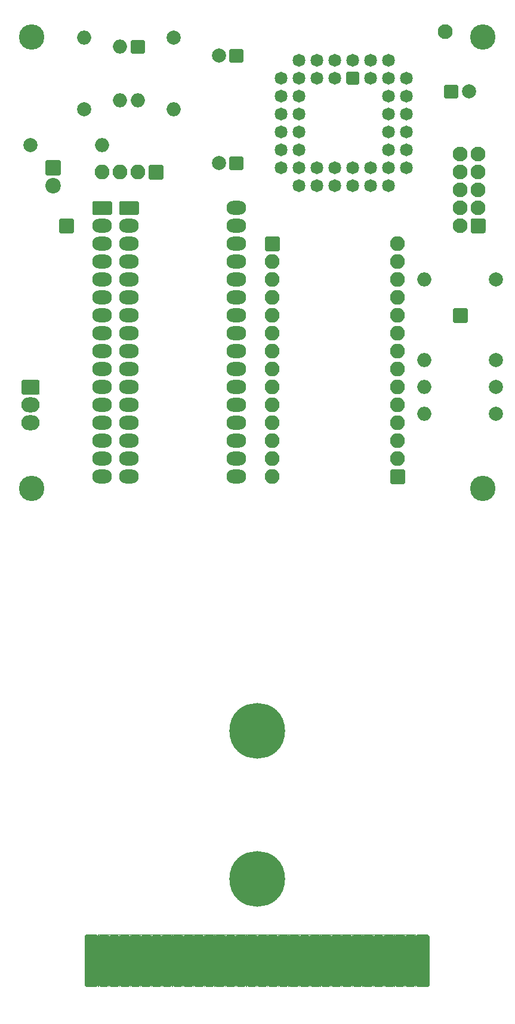
<source format=gbr>
G04 #@! TF.GenerationSoftware,KiCad,Pcbnew,(5.1.7)-1*
G04 #@! TF.CreationDate,2022-08-23T14:15:26-03:00*
G04 #@! TF.ProjectId,Squareboi2,53717561-7265-4626-9f69-322e6b696361,1*
G04 #@! TF.SameCoordinates,Original*
G04 #@! TF.FileFunction,Soldermask,Top*
G04 #@! TF.FilePolarity,Negative*
%FSLAX46Y46*%
G04 Gerber Fmt 4.6, Leading zero omitted, Abs format (unit mm)*
G04 Created by KiCad (PCBNEW (5.1.7)-1) date 2022-08-23 14:15:26*
%MOMM*%
%LPD*%
G01*
G04 APERTURE LIST*
%ADD10C,7.900000*%
%ADD11O,2.590000X2.140000*%
%ADD12C,2.200000*%
%ADD13O,2.000000X2.000000*%
%ADD14C,2.000000*%
%ADD15C,2.100000*%
%ADD16O,2.100000X2.100000*%
%ADD17O,2.800000X2.000000*%
%ADD18C,1.822400*%
%ADD19C,3.600000*%
%ADD20C,0.100000*%
G04 APERTURE END LIST*
G36*
G01*
X82770000Y-64350000D02*
X82770000Y-62650000D01*
G75*
G02*
X82970000Y-62450000I200000J0D01*
G01*
X84670000Y-62450000D01*
G75*
G02*
X84870000Y-62650000I0J-200000D01*
G01*
X84870000Y-64350000D01*
G75*
G02*
X84670000Y-64550000I-200000J0D01*
G01*
X82970000Y-64550000D01*
G75*
G02*
X82770000Y-64350000I0J200000D01*
G01*
G37*
D10*
X55000000Y-143400000D03*
X55000000Y-122400000D03*
D11*
X22860000Y-78740000D03*
X22860000Y-76200000D03*
G36*
G01*
X21872470Y-72590000D02*
X23847530Y-72590000D01*
G75*
G02*
X24155000Y-72897470I0J-307470D01*
G01*
X24155000Y-74422530D01*
G75*
G02*
X23847530Y-74730000I-307470J0D01*
G01*
X21872470Y-74730000D01*
G75*
G02*
X21565000Y-74422530I0J307470D01*
G01*
X21565000Y-72897470D01*
G75*
G02*
X21872470Y-72590000I307470J0D01*
G01*
G37*
D12*
X26035000Y-45085000D03*
G36*
G01*
X25135000Y-41445000D02*
X26935000Y-41445000D01*
G75*
G02*
X27135000Y-41645000I0J-200000D01*
G01*
X27135000Y-43445000D01*
G75*
G02*
X26935000Y-43645000I-200000J0D01*
G01*
X25135000Y-43645000D01*
G75*
G02*
X24935000Y-43445000I0J200000D01*
G01*
X24935000Y-41645000D01*
G75*
G02*
X25135000Y-41445000I200000J0D01*
G01*
G37*
D13*
X33020000Y-39370000D03*
D14*
X22860000Y-39370000D03*
D13*
X78740000Y-77470000D03*
D14*
X88900000Y-77470000D03*
D13*
X78740000Y-73660000D03*
D14*
X88900000Y-73660000D03*
D13*
X78740000Y-69850000D03*
D14*
X88900000Y-69850000D03*
D13*
X78740000Y-58420000D03*
D14*
X88900000Y-58420000D03*
D13*
X30480000Y-24130000D03*
D14*
X30480000Y-34290000D03*
D13*
X43180000Y-34290000D03*
D14*
X43180000Y-24130000D03*
D13*
X38100000Y-33020000D03*
X35560000Y-25400000D03*
X35560000Y-33020000D03*
G36*
G01*
X37300000Y-24400000D02*
X38900000Y-24400000D01*
G75*
G02*
X39100000Y-24600000I0J-200000D01*
G01*
X39100000Y-26200000D01*
G75*
G02*
X38900000Y-26400000I-200000J0D01*
G01*
X37300000Y-26400000D01*
G75*
G02*
X37100000Y-26200000I0J200000D01*
G01*
X37100000Y-24600000D01*
G75*
G02*
X37300000Y-24400000I200000J0D01*
G01*
G37*
D15*
X83820000Y-40640000D03*
X83820000Y-43180000D03*
X83820000Y-45720000D03*
X83820000Y-48260000D03*
X83820000Y-50800000D03*
X86360000Y-40640000D03*
X86360000Y-43180000D03*
X86360000Y-45720000D03*
X86360000Y-48260000D03*
G36*
G01*
X87410000Y-50058823D02*
X87410000Y-51541177D01*
G75*
G02*
X87101177Y-51850000I-308823J0D01*
G01*
X85618823Y-51850000D01*
G75*
G02*
X85310000Y-51541177I0J308823D01*
G01*
X85310000Y-50058823D01*
G75*
G02*
X85618823Y-49750000I308823J0D01*
G01*
X87101177Y-49750000D01*
G75*
G02*
X87410000Y-50058823I0J-308823D01*
G01*
G37*
D16*
X74930000Y-53340000D03*
X74930000Y-55880000D03*
X74930000Y-58420000D03*
X74930000Y-60960000D03*
X74930000Y-63500000D03*
X74930000Y-66040000D03*
X74930000Y-68580000D03*
X74930000Y-71120000D03*
X74930000Y-73660000D03*
X74930000Y-76200000D03*
X74930000Y-78740000D03*
X74930000Y-81280000D03*
X74930000Y-83820000D03*
G36*
G01*
X75980000Y-85510000D02*
X75980000Y-87210000D01*
G75*
G02*
X75780000Y-87410000I-200000J0D01*
G01*
X74080000Y-87410000D01*
G75*
G02*
X73880000Y-87210000I0J200000D01*
G01*
X73880000Y-85510000D01*
G75*
G02*
X74080000Y-85310000I200000J0D01*
G01*
X75780000Y-85310000D01*
G75*
G02*
X75980000Y-85510000I0J-200000D01*
G01*
G37*
X57150000Y-86360000D03*
X57150000Y-83820000D03*
X57150000Y-81280000D03*
X57150000Y-78740000D03*
X57150000Y-76200000D03*
X57150000Y-73660000D03*
X57150000Y-71120000D03*
X57150000Y-68580000D03*
X57150000Y-66040000D03*
X57150000Y-63500000D03*
X57150000Y-60960000D03*
X57150000Y-58420000D03*
X57150000Y-55880000D03*
G36*
G01*
X56100000Y-54190000D02*
X56100000Y-52490000D01*
G75*
G02*
X56300000Y-52290000I200000J0D01*
G01*
X58000000Y-52290000D01*
G75*
G02*
X58200000Y-52490000I0J-200000D01*
G01*
X58200000Y-54190000D01*
G75*
G02*
X58000000Y-54390000I-200000J0D01*
G01*
X56300000Y-54390000D01*
G75*
G02*
X56100000Y-54190000I0J200000D01*
G01*
G37*
X33020000Y-43180000D03*
X35560000Y-43180000D03*
X38100000Y-43180000D03*
G36*
G01*
X39790000Y-42130000D02*
X41490000Y-42130000D01*
G75*
G02*
X41690000Y-42330000I0J-200000D01*
G01*
X41690000Y-44030000D01*
G75*
G02*
X41490000Y-44230000I-200000J0D01*
G01*
X39790000Y-44230000D01*
G75*
G02*
X39590000Y-44030000I0J200000D01*
G01*
X39590000Y-42330000D01*
G75*
G02*
X39790000Y-42130000I200000J0D01*
G01*
G37*
D17*
X33020000Y-86360000D03*
X33020000Y-83820000D03*
X33020000Y-81280000D03*
X33020000Y-78740000D03*
X33020000Y-76200000D03*
X33020000Y-73660000D03*
X33020000Y-71120000D03*
X33020000Y-68580000D03*
X33020000Y-66040000D03*
X33020000Y-63500000D03*
X33020000Y-60960000D03*
X33020000Y-58420000D03*
X33020000Y-55880000D03*
X33020000Y-53340000D03*
X33020000Y-50800000D03*
G36*
G01*
X31620000Y-49060000D02*
X31620000Y-47460000D01*
G75*
G02*
X31820000Y-47260000I200000J0D01*
G01*
X34220000Y-47260000D01*
G75*
G02*
X34420000Y-47460000I0J-200000D01*
G01*
X34420000Y-49060000D01*
G75*
G02*
X34220000Y-49260000I-200000J0D01*
G01*
X31820000Y-49260000D01*
G75*
G02*
X31620000Y-49060000I0J200000D01*
G01*
G37*
G36*
G01*
X26890000Y-51650000D02*
X26890000Y-49950000D01*
G75*
G02*
X27090000Y-49750000I200000J0D01*
G01*
X28790000Y-49750000D01*
G75*
G02*
X28990000Y-49950000I0J-200000D01*
G01*
X28990000Y-51650000D01*
G75*
G02*
X28790000Y-51850000I-200000J0D01*
G01*
X27090000Y-51850000D01*
G75*
G02*
X26890000Y-51650000I0J200000D01*
G01*
G37*
D14*
X85050000Y-31750000D03*
G36*
G01*
X81550000Y-32550000D02*
X81550000Y-30950000D01*
G75*
G02*
X81750000Y-30750000I200000J0D01*
G01*
X83350000Y-30750000D01*
G75*
G02*
X83550000Y-30950000I0J-200000D01*
G01*
X83550000Y-32550000D01*
G75*
G02*
X83350000Y-32750000I-200000J0D01*
G01*
X81750000Y-32750000D01*
G75*
G02*
X81550000Y-32550000I0J200000D01*
G01*
G37*
D15*
X81661000Y-23241000D03*
D17*
X52070000Y-48260000D03*
X36830000Y-86360000D03*
X52070000Y-50800000D03*
X36830000Y-83820000D03*
X52070000Y-53340000D03*
X36830000Y-81280000D03*
X52070000Y-55880000D03*
X36830000Y-78740000D03*
X52070000Y-58420000D03*
X36830000Y-76200000D03*
X52070000Y-60960000D03*
X36830000Y-73660000D03*
X52070000Y-63500000D03*
X36830000Y-71120000D03*
X52070000Y-66040000D03*
X36830000Y-68580000D03*
X52070000Y-68580000D03*
X36830000Y-66040000D03*
X52070000Y-71120000D03*
X36830000Y-63500000D03*
X52070000Y-73660000D03*
X36830000Y-60960000D03*
X52070000Y-76200000D03*
X36830000Y-58420000D03*
X52070000Y-78740000D03*
X36830000Y-55880000D03*
X52070000Y-81280000D03*
X36830000Y-53340000D03*
X52070000Y-83820000D03*
X36830000Y-50800000D03*
X52070000Y-86360000D03*
G36*
G01*
X35430000Y-49060000D02*
X35430000Y-47460000D01*
G75*
G02*
X35630000Y-47260000I200000J0D01*
G01*
X38030000Y-47260000D01*
G75*
G02*
X38230000Y-47460000I0J-200000D01*
G01*
X38230000Y-49060000D01*
G75*
G02*
X38030000Y-49260000I-200000J0D01*
G01*
X35630000Y-49260000D01*
G75*
G02*
X35430000Y-49060000I0J200000D01*
G01*
G37*
D18*
X76200000Y-29845000D03*
X76200000Y-32385000D03*
X76200000Y-34925000D03*
X76200000Y-37465000D03*
X76200000Y-40005000D03*
X73660000Y-27305000D03*
X73660000Y-32385000D03*
X73660000Y-34925000D03*
X73660000Y-37465000D03*
X73660000Y-40005000D03*
X73660000Y-42545000D03*
X73660000Y-45085000D03*
X71120000Y-45085000D03*
X68580000Y-45085000D03*
X66040000Y-45085000D03*
X63500000Y-45085000D03*
X60960000Y-45085000D03*
X76200000Y-42545000D03*
X71120000Y-42545000D03*
X68580000Y-42545000D03*
X66040000Y-42545000D03*
X63500000Y-42545000D03*
X60960000Y-42545000D03*
X58420000Y-42545000D03*
X58420000Y-40005000D03*
X58420000Y-37465000D03*
X58420000Y-34925000D03*
X58420000Y-32385000D03*
X58420000Y-29845000D03*
X60960000Y-40005000D03*
X60960000Y-37465000D03*
X60960000Y-34925000D03*
X60960000Y-32385000D03*
X60960000Y-29845000D03*
X71120000Y-27305000D03*
X68580000Y-27305000D03*
X60960000Y-27305000D03*
X63500000Y-27305000D03*
X66040000Y-27305000D03*
X73660000Y-29845000D03*
X71120000Y-29845000D03*
X63500000Y-29845000D03*
X66040000Y-29845000D03*
G36*
G01*
X67668800Y-30556200D02*
X67668800Y-29133800D01*
G75*
G02*
X67868800Y-28933800I200000J0D01*
G01*
X69291200Y-28933800D01*
G75*
G02*
X69491200Y-29133800I0J-200000D01*
G01*
X69491200Y-30556200D01*
G75*
G02*
X69291200Y-30756200I-200000J0D01*
G01*
X67868800Y-30756200D01*
G75*
G02*
X67668800Y-30556200I0J200000D01*
G01*
G37*
D19*
X87000000Y-24000000D03*
X23000000Y-24000000D03*
X23000000Y-88000000D03*
X87000000Y-88000000D03*
G36*
G01*
X77550000Y-158500000D02*
X77550000Y-151500000D01*
G75*
G02*
X77750000Y-151300000I200000J0D01*
G01*
X79250000Y-151300000D01*
G75*
G02*
X79450000Y-151500000I0J-200000D01*
G01*
X79450000Y-158500000D01*
G75*
G02*
X79250000Y-158700000I-200000J0D01*
G01*
X77750000Y-158700000D01*
G75*
G02*
X77550000Y-158500000I0J200000D01*
G01*
G37*
G36*
G01*
X76050000Y-158500000D02*
X76050000Y-151500000D01*
G75*
G02*
X76250000Y-151300000I200000J0D01*
G01*
X77250000Y-151300000D01*
G75*
G02*
X77450000Y-151500000I0J-200000D01*
G01*
X77450000Y-158500000D01*
G75*
G02*
X77250000Y-158700000I-200000J0D01*
G01*
X76250000Y-158700000D01*
G75*
G02*
X76050000Y-158500000I0J200000D01*
G01*
G37*
G36*
G01*
X74550000Y-158500000D02*
X74550000Y-151500000D01*
G75*
G02*
X74750000Y-151300000I200000J0D01*
G01*
X75750000Y-151300000D01*
G75*
G02*
X75950000Y-151500000I0J-200000D01*
G01*
X75950000Y-158500000D01*
G75*
G02*
X75750000Y-158700000I-200000J0D01*
G01*
X74750000Y-158700000D01*
G75*
G02*
X74550000Y-158500000I0J200000D01*
G01*
G37*
G36*
G01*
X73050000Y-158500000D02*
X73050000Y-151500000D01*
G75*
G02*
X73250000Y-151300000I200000J0D01*
G01*
X74250000Y-151300000D01*
G75*
G02*
X74450000Y-151500000I0J-200000D01*
G01*
X74450000Y-158500000D01*
G75*
G02*
X74250000Y-158700000I-200000J0D01*
G01*
X73250000Y-158700000D01*
G75*
G02*
X73050000Y-158500000I0J200000D01*
G01*
G37*
G36*
G01*
X71550000Y-158500000D02*
X71550000Y-151500000D01*
G75*
G02*
X71750000Y-151300000I200000J0D01*
G01*
X72750000Y-151300000D01*
G75*
G02*
X72950000Y-151500000I0J-200000D01*
G01*
X72950000Y-158500000D01*
G75*
G02*
X72750000Y-158700000I-200000J0D01*
G01*
X71750000Y-158700000D01*
G75*
G02*
X71550000Y-158500000I0J200000D01*
G01*
G37*
G36*
G01*
X70050000Y-158500000D02*
X70050000Y-151500000D01*
G75*
G02*
X70250000Y-151300000I200000J0D01*
G01*
X71250000Y-151300000D01*
G75*
G02*
X71450000Y-151500000I0J-200000D01*
G01*
X71450000Y-158500000D01*
G75*
G02*
X71250000Y-158700000I-200000J0D01*
G01*
X70250000Y-158700000D01*
G75*
G02*
X70050000Y-158500000I0J200000D01*
G01*
G37*
G36*
G01*
X68550000Y-158500000D02*
X68550000Y-151500000D01*
G75*
G02*
X68750000Y-151300000I200000J0D01*
G01*
X69750000Y-151300000D01*
G75*
G02*
X69950000Y-151500000I0J-200000D01*
G01*
X69950000Y-158500000D01*
G75*
G02*
X69750000Y-158700000I-200000J0D01*
G01*
X68750000Y-158700000D01*
G75*
G02*
X68550000Y-158500000I0J200000D01*
G01*
G37*
G36*
G01*
X67050000Y-158500000D02*
X67050000Y-151500000D01*
G75*
G02*
X67250000Y-151300000I200000J0D01*
G01*
X68250000Y-151300000D01*
G75*
G02*
X68450000Y-151500000I0J-200000D01*
G01*
X68450000Y-158500000D01*
G75*
G02*
X68250000Y-158700000I-200000J0D01*
G01*
X67250000Y-158700000D01*
G75*
G02*
X67050000Y-158500000I0J200000D01*
G01*
G37*
G36*
G01*
X65550000Y-158500000D02*
X65550000Y-151500000D01*
G75*
G02*
X65750000Y-151300000I200000J0D01*
G01*
X66750000Y-151300000D01*
G75*
G02*
X66950000Y-151500000I0J-200000D01*
G01*
X66950000Y-158500000D01*
G75*
G02*
X66750000Y-158700000I-200000J0D01*
G01*
X65750000Y-158700000D01*
G75*
G02*
X65550000Y-158500000I0J200000D01*
G01*
G37*
G36*
G01*
X64050000Y-158500000D02*
X64050000Y-151500000D01*
G75*
G02*
X64250000Y-151300000I200000J0D01*
G01*
X65250000Y-151300000D01*
G75*
G02*
X65450000Y-151500000I0J-200000D01*
G01*
X65450000Y-158500000D01*
G75*
G02*
X65250000Y-158700000I-200000J0D01*
G01*
X64250000Y-158700000D01*
G75*
G02*
X64050000Y-158500000I0J200000D01*
G01*
G37*
G36*
G01*
X62550000Y-158500000D02*
X62550000Y-151500000D01*
G75*
G02*
X62750000Y-151300000I200000J0D01*
G01*
X63750000Y-151300000D01*
G75*
G02*
X63950000Y-151500000I0J-200000D01*
G01*
X63950000Y-158500000D01*
G75*
G02*
X63750000Y-158700000I-200000J0D01*
G01*
X62750000Y-158700000D01*
G75*
G02*
X62550000Y-158500000I0J200000D01*
G01*
G37*
G36*
G01*
X61050000Y-158500000D02*
X61050000Y-151500000D01*
G75*
G02*
X61250000Y-151300000I200000J0D01*
G01*
X62250000Y-151300000D01*
G75*
G02*
X62450000Y-151500000I0J-200000D01*
G01*
X62450000Y-158500000D01*
G75*
G02*
X62250000Y-158700000I-200000J0D01*
G01*
X61250000Y-158700000D01*
G75*
G02*
X61050000Y-158500000I0J200000D01*
G01*
G37*
G36*
G01*
X59550000Y-158500000D02*
X59550000Y-151500000D01*
G75*
G02*
X59750000Y-151300000I200000J0D01*
G01*
X60750000Y-151300000D01*
G75*
G02*
X60950000Y-151500000I0J-200000D01*
G01*
X60950000Y-158500000D01*
G75*
G02*
X60750000Y-158700000I-200000J0D01*
G01*
X59750000Y-158700000D01*
G75*
G02*
X59550000Y-158500000I0J200000D01*
G01*
G37*
G36*
G01*
X58050000Y-158500000D02*
X58050000Y-151500000D01*
G75*
G02*
X58250000Y-151300000I200000J0D01*
G01*
X59250000Y-151300000D01*
G75*
G02*
X59450000Y-151500000I0J-200000D01*
G01*
X59450000Y-158500000D01*
G75*
G02*
X59250000Y-158700000I-200000J0D01*
G01*
X58250000Y-158700000D01*
G75*
G02*
X58050000Y-158500000I0J200000D01*
G01*
G37*
G36*
G01*
X56550000Y-158500000D02*
X56550000Y-151500000D01*
G75*
G02*
X56750000Y-151300000I200000J0D01*
G01*
X57750000Y-151300000D01*
G75*
G02*
X57950000Y-151500000I0J-200000D01*
G01*
X57950000Y-158500000D01*
G75*
G02*
X57750000Y-158700000I-200000J0D01*
G01*
X56750000Y-158700000D01*
G75*
G02*
X56550000Y-158500000I0J200000D01*
G01*
G37*
G36*
G01*
X55050000Y-158500000D02*
X55050000Y-151500000D01*
G75*
G02*
X55250000Y-151300000I200000J0D01*
G01*
X56250000Y-151300000D01*
G75*
G02*
X56450000Y-151500000I0J-200000D01*
G01*
X56450000Y-158500000D01*
G75*
G02*
X56250000Y-158700000I-200000J0D01*
G01*
X55250000Y-158700000D01*
G75*
G02*
X55050000Y-158500000I0J200000D01*
G01*
G37*
G36*
G01*
X53550000Y-158500000D02*
X53550000Y-151500000D01*
G75*
G02*
X53750000Y-151300000I200000J0D01*
G01*
X54750000Y-151300000D01*
G75*
G02*
X54950000Y-151500000I0J-200000D01*
G01*
X54950000Y-158500000D01*
G75*
G02*
X54750000Y-158700000I-200000J0D01*
G01*
X53750000Y-158700000D01*
G75*
G02*
X53550000Y-158500000I0J200000D01*
G01*
G37*
G36*
G01*
X52050000Y-158500000D02*
X52050000Y-151500000D01*
G75*
G02*
X52250000Y-151300000I200000J0D01*
G01*
X53250000Y-151300000D01*
G75*
G02*
X53450000Y-151500000I0J-200000D01*
G01*
X53450000Y-158500000D01*
G75*
G02*
X53250000Y-158700000I-200000J0D01*
G01*
X52250000Y-158700000D01*
G75*
G02*
X52050000Y-158500000I0J200000D01*
G01*
G37*
G36*
G01*
X50550000Y-158500000D02*
X50550000Y-151500000D01*
G75*
G02*
X50750000Y-151300000I200000J0D01*
G01*
X51750000Y-151300000D01*
G75*
G02*
X51950000Y-151500000I0J-200000D01*
G01*
X51950000Y-158500000D01*
G75*
G02*
X51750000Y-158700000I-200000J0D01*
G01*
X50750000Y-158700000D01*
G75*
G02*
X50550000Y-158500000I0J200000D01*
G01*
G37*
G36*
G01*
X49050000Y-158500000D02*
X49050000Y-151500000D01*
G75*
G02*
X49250000Y-151300000I200000J0D01*
G01*
X50250000Y-151300000D01*
G75*
G02*
X50450000Y-151500000I0J-200000D01*
G01*
X50450000Y-158500000D01*
G75*
G02*
X50250000Y-158700000I-200000J0D01*
G01*
X49250000Y-158700000D01*
G75*
G02*
X49050000Y-158500000I0J200000D01*
G01*
G37*
G36*
G01*
X47550000Y-158500000D02*
X47550000Y-151500000D01*
G75*
G02*
X47750000Y-151300000I200000J0D01*
G01*
X48750000Y-151300000D01*
G75*
G02*
X48950000Y-151500000I0J-200000D01*
G01*
X48950000Y-158500000D01*
G75*
G02*
X48750000Y-158700000I-200000J0D01*
G01*
X47750000Y-158700000D01*
G75*
G02*
X47550000Y-158500000I0J200000D01*
G01*
G37*
G36*
G01*
X46050000Y-158500000D02*
X46050000Y-151500000D01*
G75*
G02*
X46250000Y-151300000I200000J0D01*
G01*
X47250000Y-151300000D01*
G75*
G02*
X47450000Y-151500000I0J-200000D01*
G01*
X47450000Y-158500000D01*
G75*
G02*
X47250000Y-158700000I-200000J0D01*
G01*
X46250000Y-158700000D01*
G75*
G02*
X46050000Y-158500000I0J200000D01*
G01*
G37*
G36*
G01*
X44550000Y-158500000D02*
X44550000Y-151500000D01*
G75*
G02*
X44750000Y-151300000I200000J0D01*
G01*
X45750000Y-151300000D01*
G75*
G02*
X45950000Y-151500000I0J-200000D01*
G01*
X45950000Y-158500000D01*
G75*
G02*
X45750000Y-158700000I-200000J0D01*
G01*
X44750000Y-158700000D01*
G75*
G02*
X44550000Y-158500000I0J200000D01*
G01*
G37*
G36*
G01*
X43050000Y-158500000D02*
X43050000Y-151500000D01*
G75*
G02*
X43250000Y-151300000I200000J0D01*
G01*
X44250000Y-151300000D01*
G75*
G02*
X44450000Y-151500000I0J-200000D01*
G01*
X44450000Y-158500000D01*
G75*
G02*
X44250000Y-158700000I-200000J0D01*
G01*
X43250000Y-158700000D01*
G75*
G02*
X43050000Y-158500000I0J200000D01*
G01*
G37*
G36*
G01*
X41550000Y-158500000D02*
X41550000Y-151500000D01*
G75*
G02*
X41750000Y-151300000I200000J0D01*
G01*
X42750000Y-151300000D01*
G75*
G02*
X42950000Y-151500000I0J-200000D01*
G01*
X42950000Y-158500000D01*
G75*
G02*
X42750000Y-158700000I-200000J0D01*
G01*
X41750000Y-158700000D01*
G75*
G02*
X41550000Y-158500000I0J200000D01*
G01*
G37*
G36*
G01*
X40050000Y-158500000D02*
X40050000Y-151500000D01*
G75*
G02*
X40250000Y-151300000I200000J0D01*
G01*
X41250000Y-151300000D01*
G75*
G02*
X41450000Y-151500000I0J-200000D01*
G01*
X41450000Y-158500000D01*
G75*
G02*
X41250000Y-158700000I-200000J0D01*
G01*
X40250000Y-158700000D01*
G75*
G02*
X40050000Y-158500000I0J200000D01*
G01*
G37*
G36*
G01*
X38550000Y-158500000D02*
X38550000Y-151500000D01*
G75*
G02*
X38750000Y-151300000I200000J0D01*
G01*
X39750000Y-151300000D01*
G75*
G02*
X39950000Y-151500000I0J-200000D01*
G01*
X39950000Y-158500000D01*
G75*
G02*
X39750000Y-158700000I-200000J0D01*
G01*
X38750000Y-158700000D01*
G75*
G02*
X38550000Y-158500000I0J200000D01*
G01*
G37*
G36*
G01*
X37050000Y-158500000D02*
X37050000Y-151500000D01*
G75*
G02*
X37250000Y-151300000I200000J0D01*
G01*
X38250000Y-151300000D01*
G75*
G02*
X38450000Y-151500000I0J-200000D01*
G01*
X38450000Y-158500000D01*
G75*
G02*
X38250000Y-158700000I-200000J0D01*
G01*
X37250000Y-158700000D01*
G75*
G02*
X37050000Y-158500000I0J200000D01*
G01*
G37*
G36*
G01*
X35550000Y-158500000D02*
X35550000Y-151500000D01*
G75*
G02*
X35750000Y-151300000I200000J0D01*
G01*
X36750000Y-151300000D01*
G75*
G02*
X36950000Y-151500000I0J-200000D01*
G01*
X36950000Y-158500000D01*
G75*
G02*
X36750000Y-158700000I-200000J0D01*
G01*
X35750000Y-158700000D01*
G75*
G02*
X35550000Y-158500000I0J200000D01*
G01*
G37*
G36*
G01*
X34050000Y-158500000D02*
X34050000Y-151500000D01*
G75*
G02*
X34250000Y-151300000I200000J0D01*
G01*
X35250000Y-151300000D01*
G75*
G02*
X35450000Y-151500000I0J-200000D01*
G01*
X35450000Y-158500000D01*
G75*
G02*
X35250000Y-158700000I-200000J0D01*
G01*
X34250000Y-158700000D01*
G75*
G02*
X34050000Y-158500000I0J200000D01*
G01*
G37*
G36*
G01*
X32550000Y-158500000D02*
X32550000Y-151500000D01*
G75*
G02*
X32750000Y-151300000I200000J0D01*
G01*
X33750000Y-151300000D01*
G75*
G02*
X33950000Y-151500000I0J-200000D01*
G01*
X33950000Y-158500000D01*
G75*
G02*
X33750000Y-158700000I-200000J0D01*
G01*
X32750000Y-158700000D01*
G75*
G02*
X32550000Y-158500000I0J200000D01*
G01*
G37*
G36*
G01*
X30550000Y-158500000D02*
X30550000Y-151500000D01*
G75*
G02*
X30750000Y-151300000I200000J0D01*
G01*
X32250000Y-151300000D01*
G75*
G02*
X32450000Y-151500000I0J-200000D01*
G01*
X32450000Y-158500000D01*
G75*
G02*
X32250000Y-158700000I-200000J0D01*
G01*
X30750000Y-158700000D01*
G75*
G02*
X30550000Y-158500000I0J200000D01*
G01*
G37*
D14*
X49570000Y-41910000D03*
G36*
G01*
X53070000Y-41110000D02*
X53070000Y-42710000D01*
G75*
G02*
X52870000Y-42910000I-200000J0D01*
G01*
X51270000Y-42910000D01*
G75*
G02*
X51070000Y-42710000I0J200000D01*
G01*
X51070000Y-41110000D01*
G75*
G02*
X51270000Y-40910000I200000J0D01*
G01*
X52870000Y-40910000D01*
G75*
G02*
X53070000Y-41110000I0J-200000D01*
G01*
G37*
X49570000Y-26670000D03*
G36*
G01*
X53070000Y-25870000D02*
X53070000Y-27470000D01*
G75*
G02*
X52870000Y-27670000I-200000J0D01*
G01*
X51270000Y-27670000D01*
G75*
G02*
X51070000Y-27470000I0J200000D01*
G01*
X51070000Y-25870000D01*
G75*
G02*
X51270000Y-25670000I200000J0D01*
G01*
X52870000Y-25670000D01*
G75*
G02*
X53070000Y-25870000I0J-200000D01*
G01*
G37*
D20*
G36*
X77551732Y-151299000D02*
G01*
X77552000Y-151300000D01*
X77552000Y-158700000D01*
X77551000Y-158701732D01*
X77550000Y-158702000D01*
X77450000Y-158702000D01*
X77448268Y-158701000D01*
X77448000Y-158700000D01*
X77448000Y-151302000D01*
X76052000Y-151302000D01*
X76052000Y-158700000D01*
X76051000Y-158701732D01*
X76050000Y-158702000D01*
X75950000Y-158702000D01*
X75948268Y-158701000D01*
X75948000Y-158700000D01*
X75948000Y-151302000D01*
X74552000Y-151302000D01*
X74552000Y-158700000D01*
X74551000Y-158701732D01*
X74550000Y-158702000D01*
X74450000Y-158702000D01*
X74448268Y-158701000D01*
X74448000Y-158700000D01*
X74448000Y-151302000D01*
X73052000Y-151302000D01*
X73052000Y-158700000D01*
X73051000Y-158701732D01*
X73050000Y-158702000D01*
X72950000Y-158702000D01*
X72948268Y-158701000D01*
X72948000Y-158700000D01*
X72948000Y-151302000D01*
X71552000Y-151302000D01*
X71552000Y-158700000D01*
X71551000Y-158701732D01*
X71550000Y-158702000D01*
X71450000Y-158702000D01*
X71448268Y-158701000D01*
X71448000Y-158700000D01*
X71448000Y-151302000D01*
X70052000Y-151302000D01*
X70052000Y-158700000D01*
X70051000Y-158701732D01*
X70050000Y-158702000D01*
X69950000Y-158702000D01*
X69948268Y-158701000D01*
X69948000Y-158700000D01*
X69948000Y-151302000D01*
X68552000Y-151302000D01*
X68552000Y-158700000D01*
X68551000Y-158701732D01*
X68550000Y-158702000D01*
X68450000Y-158702000D01*
X68448268Y-158701000D01*
X68448000Y-158700000D01*
X68448000Y-151302000D01*
X67052000Y-151302000D01*
X67052000Y-158700000D01*
X67051000Y-158701732D01*
X67050000Y-158702000D01*
X66950000Y-158702000D01*
X66948268Y-158701000D01*
X66948000Y-158700000D01*
X66948000Y-151302000D01*
X65552000Y-151302000D01*
X65552000Y-158700000D01*
X65551000Y-158701732D01*
X65550000Y-158702000D01*
X65450000Y-158702000D01*
X65448268Y-158701000D01*
X65448000Y-158700000D01*
X65448000Y-151302000D01*
X64052000Y-151302000D01*
X64052000Y-158700000D01*
X64051000Y-158701732D01*
X64050000Y-158702000D01*
X63950000Y-158702000D01*
X63948268Y-158701000D01*
X63948000Y-158700000D01*
X63948000Y-151302000D01*
X62552000Y-151302000D01*
X62552000Y-158700000D01*
X62551000Y-158701732D01*
X62550000Y-158702000D01*
X62450000Y-158702000D01*
X62448268Y-158701000D01*
X62448000Y-158700000D01*
X62448000Y-151302000D01*
X61052000Y-151302000D01*
X61052000Y-158700000D01*
X61051000Y-158701732D01*
X61050000Y-158702000D01*
X60950000Y-158702000D01*
X60948268Y-158701000D01*
X60948000Y-158700000D01*
X60948000Y-151302000D01*
X59552000Y-151302000D01*
X59552000Y-158700000D01*
X59551000Y-158701732D01*
X59550000Y-158702000D01*
X59450000Y-158702000D01*
X59448268Y-158701000D01*
X59448000Y-158700000D01*
X59448000Y-151302000D01*
X58052000Y-151302000D01*
X58052000Y-158700000D01*
X58051000Y-158701732D01*
X58050000Y-158702000D01*
X57950000Y-158702000D01*
X57948268Y-158701000D01*
X57948000Y-158700000D01*
X57948000Y-151302000D01*
X56552000Y-151302000D01*
X56552000Y-158700000D01*
X56551000Y-158701732D01*
X56550000Y-158702000D01*
X56450000Y-158702000D01*
X56448268Y-158701000D01*
X56448000Y-158700000D01*
X56448000Y-151302000D01*
X55052000Y-151302000D01*
X55052000Y-158700000D01*
X55051000Y-158701732D01*
X55050000Y-158702000D01*
X54950000Y-158702000D01*
X54948268Y-158701000D01*
X54948000Y-158700000D01*
X54948000Y-151302000D01*
X53552000Y-151302000D01*
X53552000Y-158700000D01*
X53551000Y-158701732D01*
X53550000Y-158702000D01*
X53450000Y-158702000D01*
X53448268Y-158701000D01*
X53448000Y-158700000D01*
X53448000Y-151302000D01*
X52052000Y-151302000D01*
X52052000Y-158700000D01*
X52051000Y-158701732D01*
X52050000Y-158702000D01*
X51950000Y-158702000D01*
X51948268Y-158701000D01*
X51948000Y-158700000D01*
X51948000Y-151302000D01*
X50552000Y-151302000D01*
X50552000Y-158700000D01*
X50551000Y-158701732D01*
X50550000Y-158702000D01*
X50450000Y-158702000D01*
X50448268Y-158701000D01*
X50448000Y-158700000D01*
X50448000Y-151302000D01*
X49052000Y-151302000D01*
X49052000Y-158700000D01*
X49051000Y-158701732D01*
X49050000Y-158702000D01*
X48950000Y-158702000D01*
X48948268Y-158701000D01*
X48948000Y-158700000D01*
X48948000Y-151302000D01*
X47552000Y-151302000D01*
X47552000Y-158700000D01*
X47551000Y-158701732D01*
X47550000Y-158702000D01*
X47450000Y-158702000D01*
X47448268Y-158701000D01*
X47448000Y-158700000D01*
X47448000Y-151302000D01*
X46052000Y-151302000D01*
X46052000Y-158700000D01*
X46051000Y-158701732D01*
X46050000Y-158702000D01*
X45950000Y-158702000D01*
X45948268Y-158701000D01*
X45948000Y-158700000D01*
X45948000Y-151302000D01*
X44552000Y-151302000D01*
X44552000Y-158700000D01*
X44551000Y-158701732D01*
X44550000Y-158702000D01*
X44450000Y-158702000D01*
X44448268Y-158701000D01*
X44448000Y-158700000D01*
X44448000Y-151302000D01*
X43052000Y-151302000D01*
X43052000Y-158700000D01*
X43051000Y-158701732D01*
X43050000Y-158702000D01*
X42950000Y-158702000D01*
X42948268Y-158701000D01*
X42948000Y-158700000D01*
X42948000Y-151302000D01*
X41552000Y-151302000D01*
X41552000Y-158700000D01*
X41551000Y-158701732D01*
X41550000Y-158702000D01*
X41450000Y-158702000D01*
X41448268Y-158701000D01*
X41448000Y-158700000D01*
X41448000Y-151302000D01*
X40052000Y-151302000D01*
X40052000Y-158700000D01*
X40051000Y-158701732D01*
X40050000Y-158702000D01*
X39950000Y-158702000D01*
X39948268Y-158701000D01*
X39948000Y-158700000D01*
X39948000Y-151302000D01*
X38552000Y-151302000D01*
X38552000Y-158700000D01*
X38551000Y-158701732D01*
X38550000Y-158702000D01*
X38450000Y-158702000D01*
X38448268Y-158701000D01*
X38448000Y-158700000D01*
X38448000Y-151302000D01*
X37052000Y-151302000D01*
X37052000Y-158700000D01*
X37051000Y-158701732D01*
X37050000Y-158702000D01*
X36950000Y-158702000D01*
X36948268Y-158701000D01*
X36948000Y-158700000D01*
X36948000Y-151302000D01*
X35552000Y-151302000D01*
X35552000Y-158700000D01*
X35551000Y-158701732D01*
X35550000Y-158702000D01*
X35450000Y-158702000D01*
X35448268Y-158701000D01*
X35448000Y-158700000D01*
X35448000Y-151302000D01*
X34052000Y-151302000D01*
X34052000Y-158700000D01*
X34051000Y-158701732D01*
X34050000Y-158702000D01*
X33950000Y-158702000D01*
X33948268Y-158701000D01*
X33948000Y-158700000D01*
X33948000Y-151302000D01*
X32552000Y-151302000D01*
X32552000Y-158700000D01*
X32551000Y-158701732D01*
X32550000Y-158702000D01*
X32450000Y-158702000D01*
X32448268Y-158701000D01*
X32448000Y-158700000D01*
X32448000Y-151300000D01*
X32449000Y-151298268D01*
X32450000Y-151298000D01*
X77550000Y-151298000D01*
X77551732Y-151299000D01*
G37*
G36*
X24156165Y-74420904D02*
G01*
X24157000Y-74422530D01*
X24157000Y-74505470D01*
X24156990Y-74505666D01*
X24152201Y-74554295D01*
X24152125Y-74554680D01*
X24139732Y-74595532D01*
X24139582Y-74595894D01*
X24119455Y-74633550D01*
X24119237Y-74633876D01*
X24092154Y-74666877D01*
X24091877Y-74667154D01*
X24058876Y-74694237D01*
X24058550Y-74694455D01*
X24020894Y-74714582D01*
X24020532Y-74714732D01*
X23979680Y-74727125D01*
X23979295Y-74727201D01*
X23930666Y-74731990D01*
X23930470Y-74732000D01*
X23847530Y-74732000D01*
X23845798Y-74731000D01*
X23845798Y-74729000D01*
X23847334Y-74728010D01*
X23907119Y-74722122D01*
X23964425Y-74704738D01*
X24017235Y-74676511D01*
X24063523Y-74638523D01*
X24101511Y-74592235D01*
X24129738Y-74539425D01*
X24147122Y-74482119D01*
X24153010Y-74422334D01*
X24154175Y-74420708D01*
X24156165Y-74420904D01*
G37*
G36*
X21566990Y-74422334D02*
G01*
X21572878Y-74482119D01*
X21590262Y-74539425D01*
X21618489Y-74592235D01*
X21656477Y-74638523D01*
X21702765Y-74676511D01*
X21755575Y-74704738D01*
X21812881Y-74722122D01*
X21872666Y-74728010D01*
X21874292Y-74729175D01*
X21874096Y-74731165D01*
X21872470Y-74732000D01*
X21789530Y-74732000D01*
X21789334Y-74731990D01*
X21740705Y-74727201D01*
X21740320Y-74727125D01*
X21699468Y-74714732D01*
X21699106Y-74714582D01*
X21661450Y-74694455D01*
X21661124Y-74694237D01*
X21628123Y-74667154D01*
X21627846Y-74666877D01*
X21600763Y-74633876D01*
X21600545Y-74633550D01*
X21580418Y-74595894D01*
X21580268Y-74595532D01*
X21567875Y-74554680D01*
X21567799Y-74554295D01*
X21563010Y-74505666D01*
X21563000Y-74505470D01*
X21563000Y-74422530D01*
X21564000Y-74420798D01*
X21566000Y-74420798D01*
X21566990Y-74422334D01*
G37*
G36*
X21874202Y-72589000D02*
G01*
X21874202Y-72591000D01*
X21872666Y-72591990D01*
X21812881Y-72597878D01*
X21755575Y-72615262D01*
X21702765Y-72643489D01*
X21656477Y-72681477D01*
X21618489Y-72727765D01*
X21590262Y-72780575D01*
X21572878Y-72837881D01*
X21566990Y-72897666D01*
X21565825Y-72899292D01*
X21563835Y-72899096D01*
X21563000Y-72897470D01*
X21563000Y-72814530D01*
X21563010Y-72814334D01*
X21567799Y-72765705D01*
X21567875Y-72765320D01*
X21580268Y-72724468D01*
X21580418Y-72724106D01*
X21600545Y-72686450D01*
X21600763Y-72686124D01*
X21627846Y-72653123D01*
X21628123Y-72652846D01*
X21661124Y-72625763D01*
X21661450Y-72625545D01*
X21699106Y-72605418D01*
X21699468Y-72605268D01*
X21740320Y-72592875D01*
X21740705Y-72592799D01*
X21789334Y-72588010D01*
X21789530Y-72588000D01*
X21872470Y-72588000D01*
X21874202Y-72589000D01*
G37*
G36*
X23930666Y-72588010D02*
G01*
X23979295Y-72592799D01*
X23979680Y-72592875D01*
X24020532Y-72605268D01*
X24020894Y-72605418D01*
X24058550Y-72625545D01*
X24058876Y-72625763D01*
X24091877Y-72652846D01*
X24092154Y-72653123D01*
X24119237Y-72686124D01*
X24119455Y-72686450D01*
X24139582Y-72724106D01*
X24139732Y-72724468D01*
X24152125Y-72765320D01*
X24152201Y-72765705D01*
X24156990Y-72814334D01*
X24157000Y-72814530D01*
X24157000Y-72897470D01*
X24156000Y-72899202D01*
X24154000Y-72899202D01*
X24153010Y-72897666D01*
X24147122Y-72837881D01*
X24129738Y-72780575D01*
X24101511Y-72727765D01*
X24063523Y-72681477D01*
X24017235Y-72643489D01*
X23964425Y-72615262D01*
X23907119Y-72597878D01*
X23847334Y-72591990D01*
X23845708Y-72590825D01*
X23845904Y-72588835D01*
X23847530Y-72588000D01*
X23930470Y-72588000D01*
X23930666Y-72588010D01*
G37*
G36*
X87411165Y-51539551D02*
G01*
X87412000Y-51541177D01*
X87412000Y-51623274D01*
X87411990Y-51623470D01*
X87407159Y-51672526D01*
X87407083Y-51672911D01*
X87394565Y-51714176D01*
X87394415Y-51714538D01*
X87374086Y-51752570D01*
X87373868Y-51752896D01*
X87346510Y-51786233D01*
X87346233Y-51786510D01*
X87312896Y-51813868D01*
X87312570Y-51814086D01*
X87274538Y-51834415D01*
X87274176Y-51834565D01*
X87232911Y-51847083D01*
X87232526Y-51847159D01*
X87183470Y-51851990D01*
X87183274Y-51852000D01*
X87101177Y-51852000D01*
X87099445Y-51851000D01*
X87099445Y-51849000D01*
X87100981Y-51848010D01*
X87161030Y-51842096D01*
X87218589Y-51824635D01*
X87271634Y-51796283D01*
X87318127Y-51758127D01*
X87356283Y-51711634D01*
X87384635Y-51658589D01*
X87402096Y-51601030D01*
X87408010Y-51540981D01*
X87409175Y-51539355D01*
X87411165Y-51539551D01*
G37*
G36*
X85311990Y-51540981D02*
G01*
X85317904Y-51601030D01*
X85335365Y-51658589D01*
X85363717Y-51711634D01*
X85401873Y-51758127D01*
X85448366Y-51796283D01*
X85501411Y-51824635D01*
X85558970Y-51842096D01*
X85619019Y-51848010D01*
X85620645Y-51849175D01*
X85620449Y-51851165D01*
X85618823Y-51852000D01*
X85536726Y-51852000D01*
X85536530Y-51851990D01*
X85487474Y-51847159D01*
X85487089Y-51847083D01*
X85445824Y-51834565D01*
X85445462Y-51834415D01*
X85407430Y-51814086D01*
X85407104Y-51813868D01*
X85373767Y-51786510D01*
X85373490Y-51786233D01*
X85346132Y-51752896D01*
X85345914Y-51752570D01*
X85325585Y-51714538D01*
X85325435Y-51714176D01*
X85312917Y-51672911D01*
X85312841Y-51672526D01*
X85308010Y-51623470D01*
X85308000Y-51623274D01*
X85308000Y-51541177D01*
X85309000Y-51539445D01*
X85311000Y-51539445D01*
X85311990Y-51540981D01*
G37*
G36*
X85620555Y-49749000D02*
G01*
X85620555Y-49751000D01*
X85619019Y-49751990D01*
X85558970Y-49757904D01*
X85501411Y-49775365D01*
X85448366Y-49803717D01*
X85401873Y-49841873D01*
X85363717Y-49888366D01*
X85335365Y-49941411D01*
X85317904Y-49998970D01*
X85311990Y-50059019D01*
X85310825Y-50060645D01*
X85308835Y-50060449D01*
X85308000Y-50058823D01*
X85308000Y-49976726D01*
X85308010Y-49976530D01*
X85312841Y-49927474D01*
X85312917Y-49927089D01*
X85325435Y-49885824D01*
X85325585Y-49885462D01*
X85345914Y-49847430D01*
X85346132Y-49847104D01*
X85373490Y-49813767D01*
X85373767Y-49813490D01*
X85407104Y-49786132D01*
X85407430Y-49785914D01*
X85445462Y-49765585D01*
X85445824Y-49765435D01*
X85487089Y-49752917D01*
X85487474Y-49752841D01*
X85536530Y-49748010D01*
X85536726Y-49748000D01*
X85618823Y-49748000D01*
X85620555Y-49749000D01*
G37*
G36*
X87183470Y-49748010D02*
G01*
X87232526Y-49752841D01*
X87232911Y-49752917D01*
X87274176Y-49765435D01*
X87274538Y-49765585D01*
X87312570Y-49785914D01*
X87312896Y-49786132D01*
X87346233Y-49813490D01*
X87346510Y-49813767D01*
X87373868Y-49847104D01*
X87374086Y-49847430D01*
X87394415Y-49885462D01*
X87394565Y-49885824D01*
X87407083Y-49927089D01*
X87407159Y-49927474D01*
X87411990Y-49976530D01*
X87412000Y-49976726D01*
X87412000Y-50058823D01*
X87411000Y-50060555D01*
X87409000Y-50060555D01*
X87408010Y-50059019D01*
X87402096Y-49998970D01*
X87384635Y-49941411D01*
X87356283Y-49888366D01*
X87318127Y-49841873D01*
X87271634Y-49803717D01*
X87218589Y-49775365D01*
X87161030Y-49757904D01*
X87100981Y-49751990D01*
X87099355Y-49750825D01*
X87099551Y-49748835D01*
X87101177Y-49748000D01*
X87183274Y-49748000D01*
X87183470Y-49748010D01*
G37*
M02*

</source>
